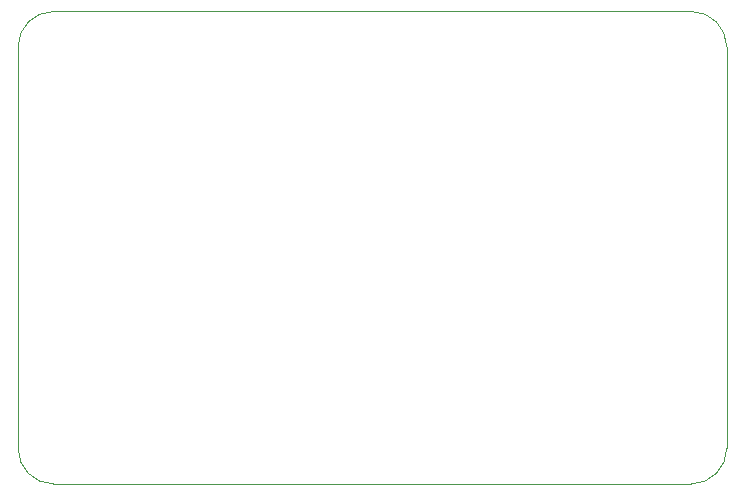
<source format=gbr>
G04 #@! TF.GenerationSoftware,KiCad,Pcbnew,(5.1.9)-1*
G04 #@! TF.CreationDate,2021-05-11T22:08:25+03:00*
G04 #@! TF.ProjectId,VariablePS,56617269-6162-46c6-9550-532e6b696361,1.0*
G04 #@! TF.SameCoordinates,Original*
G04 #@! TF.FileFunction,Profile,NP*
%FSLAX46Y46*%
G04 Gerber Fmt 4.6, Leading zero omitted, Abs format (unit mm)*
G04 Created by KiCad (PCBNEW (5.1.9)-1) date 2021-05-11 22:08:25*
%MOMM*%
%LPD*%
G01*
G04 APERTURE LIST*
G04 #@! TA.AperFunction,Profile*
%ADD10C,0.050000*%
G04 #@! TD*
G04 APERTURE END LIST*
D10*
X140200000Y-77300000D02*
G75*
G02*
X137200000Y-80300000I-3000000J0D01*
G01*
X80200000Y-43300000D02*
G75*
G02*
X83200000Y-40300000I3000000J0D01*
G01*
X137200000Y-40300000D02*
G75*
G02*
X140200000Y-43300000I0J-3000000D01*
G01*
X83200000Y-80300000D02*
G75*
G02*
X80200000Y-77300000I0J3000000D01*
G01*
X137200000Y-80300000D02*
X83200000Y-80300000D01*
X140200000Y-43300000D02*
X140200000Y-77300000D01*
X83200000Y-40300000D02*
X137200000Y-40300000D01*
X80200000Y-77300000D02*
X80200000Y-43300000D01*
M02*

</source>
